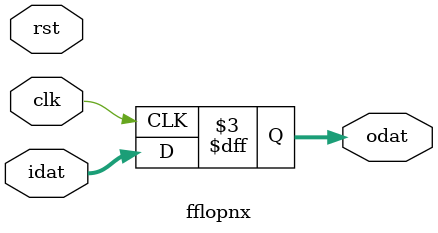
<source format=v>
(* keep_hierarchy = "yes" *) module fflopnx
    (
     clk,
     rst,
     idat,
     odat
     );

parameter WIDTH = 8;
parameter RESET_VALUE = {WIDTH{1'b0}};

input   clk, rst;

input  [WIDTH-1:0] idat;

output [WIDTH-1:0] odat;
reg    [WIDTH-1:0] odat = RESET_VALUE;

//always @ (posedge clk or negedge rst_)
always @ (posedge clk)
    begin
    //if(!rst_) odat <= RESET_VALUE;
    //else odat <= idat;
    odat <= idat;
    end

endmodule

</source>
